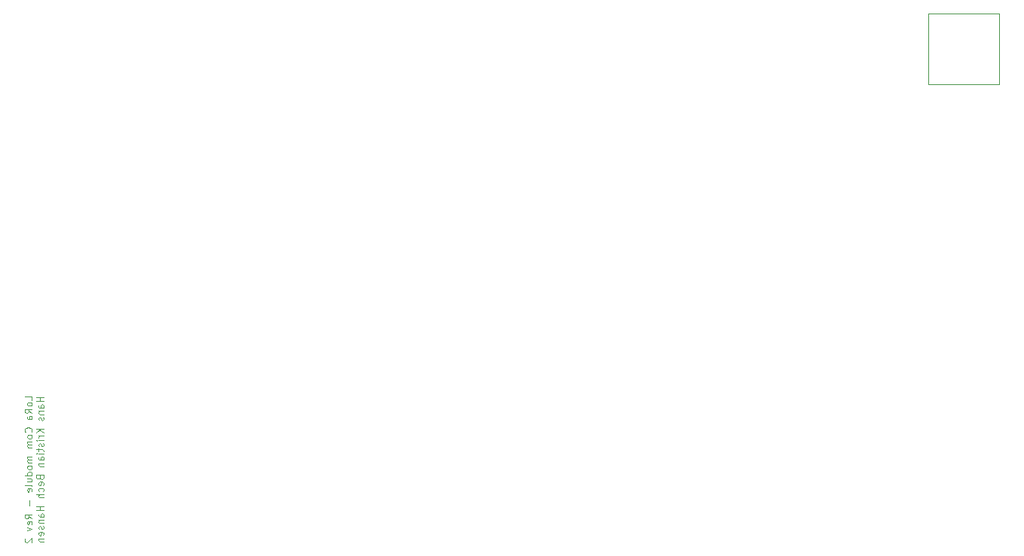
<source format=gbr>
G04 #@! TF.GenerationSoftware,KiCad,Pcbnew,(5.1.4)-1*
G04 #@! TF.CreationDate,2020-12-03T17:16:16+01:00*
G04 #@! TF.ProjectId,LoRa_Balloon,4c6f5261-5f42-4616-9c6c-6f6f6e2e6b69,2*
G04 #@! TF.SameCoordinates,Original*
G04 #@! TF.FileFunction,Legend,Bot*
G04 #@! TF.FilePolarity,Positive*
%FSLAX46Y46*%
G04 Gerber Fmt 4.6, Leading zero omitted, Abs format (unit mm)*
G04 Created by KiCad (PCBNEW (5.1.4)-1) date 2020-12-03 17:16:16*
%MOMM*%
%LPD*%
G04 APERTURE LIST*
%ADD10C,0.120000*%
%ADD11C,0.100000*%
G04 APERTURE END LIST*
D10*
X228447600Y-104902000D02*
X229006400Y-104902000D01*
X228447600Y-96977200D02*
X228447600Y-104902000D01*
X236474000Y-96977200D02*
X228447600Y-96977200D01*
X236474000Y-104902000D02*
X236474000Y-96977200D01*
X229006400Y-104902000D02*
X236474000Y-104902000D01*
D11*
X127761904Y-140449523D02*
X127761904Y-140068571D01*
X126961904Y-140068571D01*
X127761904Y-140830476D02*
X127723809Y-140754285D01*
X127685714Y-140716190D01*
X127609523Y-140678095D01*
X127380952Y-140678095D01*
X127304761Y-140716190D01*
X127266666Y-140754285D01*
X127228571Y-140830476D01*
X127228571Y-140944761D01*
X127266666Y-141020952D01*
X127304761Y-141059047D01*
X127380952Y-141097142D01*
X127609523Y-141097142D01*
X127685714Y-141059047D01*
X127723809Y-141020952D01*
X127761904Y-140944761D01*
X127761904Y-140830476D01*
X127761904Y-141897142D02*
X127380952Y-141630476D01*
X127761904Y-141440000D02*
X126961904Y-141440000D01*
X126961904Y-141744761D01*
X127000000Y-141820952D01*
X127038095Y-141859047D01*
X127114285Y-141897142D01*
X127228571Y-141897142D01*
X127304761Y-141859047D01*
X127342857Y-141820952D01*
X127380952Y-141744761D01*
X127380952Y-141440000D01*
X127761904Y-142582857D02*
X127342857Y-142582857D01*
X127266666Y-142544761D01*
X127228571Y-142468571D01*
X127228571Y-142316190D01*
X127266666Y-142240000D01*
X127723809Y-142582857D02*
X127761904Y-142506666D01*
X127761904Y-142316190D01*
X127723809Y-142240000D01*
X127647619Y-142201904D01*
X127571428Y-142201904D01*
X127495238Y-142240000D01*
X127457142Y-142316190D01*
X127457142Y-142506666D01*
X127419047Y-142582857D01*
X127685714Y-144030476D02*
X127723809Y-143992380D01*
X127761904Y-143878095D01*
X127761904Y-143801904D01*
X127723809Y-143687619D01*
X127647619Y-143611428D01*
X127571428Y-143573333D01*
X127419047Y-143535238D01*
X127304761Y-143535238D01*
X127152380Y-143573333D01*
X127076190Y-143611428D01*
X127000000Y-143687619D01*
X126961904Y-143801904D01*
X126961904Y-143878095D01*
X127000000Y-143992380D01*
X127038095Y-144030476D01*
X127761904Y-144487619D02*
X127723809Y-144411428D01*
X127685714Y-144373333D01*
X127609523Y-144335238D01*
X127380952Y-144335238D01*
X127304761Y-144373333D01*
X127266666Y-144411428D01*
X127228571Y-144487619D01*
X127228571Y-144601904D01*
X127266666Y-144678095D01*
X127304761Y-144716190D01*
X127380952Y-144754285D01*
X127609523Y-144754285D01*
X127685714Y-144716190D01*
X127723809Y-144678095D01*
X127761904Y-144601904D01*
X127761904Y-144487619D01*
X127761904Y-145097142D02*
X127228571Y-145097142D01*
X127304761Y-145097142D02*
X127266666Y-145135238D01*
X127228571Y-145211428D01*
X127228571Y-145325714D01*
X127266666Y-145401904D01*
X127342857Y-145440000D01*
X127761904Y-145440000D01*
X127342857Y-145440000D02*
X127266666Y-145478095D01*
X127228571Y-145554285D01*
X127228571Y-145668571D01*
X127266666Y-145744761D01*
X127342857Y-145782857D01*
X127761904Y-145782857D01*
X127761904Y-146773333D02*
X127228571Y-146773333D01*
X127304761Y-146773333D02*
X127266666Y-146811428D01*
X127228571Y-146887619D01*
X127228571Y-147001904D01*
X127266666Y-147078095D01*
X127342857Y-147116190D01*
X127761904Y-147116190D01*
X127342857Y-147116190D02*
X127266666Y-147154285D01*
X127228571Y-147230476D01*
X127228571Y-147344761D01*
X127266666Y-147420952D01*
X127342857Y-147459047D01*
X127761904Y-147459047D01*
X127761904Y-147954285D02*
X127723809Y-147878095D01*
X127685714Y-147840000D01*
X127609523Y-147801904D01*
X127380952Y-147801904D01*
X127304761Y-147840000D01*
X127266666Y-147878095D01*
X127228571Y-147954285D01*
X127228571Y-148068571D01*
X127266666Y-148144761D01*
X127304761Y-148182857D01*
X127380952Y-148220952D01*
X127609523Y-148220952D01*
X127685714Y-148182857D01*
X127723809Y-148144761D01*
X127761904Y-148068571D01*
X127761904Y-147954285D01*
X127761904Y-148906666D02*
X126961904Y-148906666D01*
X127723809Y-148906666D02*
X127761904Y-148830476D01*
X127761904Y-148678095D01*
X127723809Y-148601904D01*
X127685714Y-148563809D01*
X127609523Y-148525714D01*
X127380952Y-148525714D01*
X127304761Y-148563809D01*
X127266666Y-148601904D01*
X127228571Y-148678095D01*
X127228571Y-148830476D01*
X127266666Y-148906666D01*
X127228571Y-149630476D02*
X127761904Y-149630476D01*
X127228571Y-149287619D02*
X127647619Y-149287619D01*
X127723809Y-149325714D01*
X127761904Y-149401904D01*
X127761904Y-149516190D01*
X127723809Y-149592380D01*
X127685714Y-149630476D01*
X127761904Y-150125714D02*
X127723809Y-150049523D01*
X127647619Y-150011428D01*
X126961904Y-150011428D01*
X127723809Y-150735238D02*
X127761904Y-150659047D01*
X127761904Y-150506666D01*
X127723809Y-150430476D01*
X127647619Y-150392380D01*
X127342857Y-150392380D01*
X127266666Y-150430476D01*
X127228571Y-150506666D01*
X127228571Y-150659047D01*
X127266666Y-150735238D01*
X127342857Y-150773333D01*
X127419047Y-150773333D01*
X127495238Y-150392380D01*
X127457142Y-151725714D02*
X127457142Y-152335238D01*
X127761904Y-153782857D02*
X127380952Y-153516190D01*
X127761904Y-153325714D02*
X126961904Y-153325714D01*
X126961904Y-153630476D01*
X127000000Y-153706666D01*
X127038095Y-153744761D01*
X127114285Y-153782857D01*
X127228571Y-153782857D01*
X127304761Y-153744761D01*
X127342857Y-153706666D01*
X127380952Y-153630476D01*
X127380952Y-153325714D01*
X127723809Y-154430476D02*
X127761904Y-154354285D01*
X127761904Y-154201904D01*
X127723809Y-154125714D01*
X127647619Y-154087619D01*
X127342857Y-154087619D01*
X127266666Y-154125714D01*
X127228571Y-154201904D01*
X127228571Y-154354285D01*
X127266666Y-154430476D01*
X127342857Y-154468571D01*
X127419047Y-154468571D01*
X127495238Y-154087619D01*
X127228571Y-154735238D02*
X127761904Y-154925714D01*
X127228571Y-155116190D01*
X127038095Y-155992380D02*
X127000000Y-156030476D01*
X126961904Y-156106666D01*
X126961904Y-156297142D01*
X127000000Y-156373333D01*
X127038095Y-156411428D01*
X127114285Y-156449523D01*
X127190476Y-156449523D01*
X127304761Y-156411428D01*
X127761904Y-155954285D01*
X127761904Y-156449523D01*
X129061904Y-140125714D02*
X128261904Y-140125714D01*
X128642857Y-140125714D02*
X128642857Y-140582857D01*
X129061904Y-140582857D02*
X128261904Y-140582857D01*
X129061904Y-141306666D02*
X128642857Y-141306666D01*
X128566666Y-141268571D01*
X128528571Y-141192380D01*
X128528571Y-141040000D01*
X128566666Y-140963809D01*
X129023809Y-141306666D02*
X129061904Y-141230476D01*
X129061904Y-141040000D01*
X129023809Y-140963809D01*
X128947619Y-140925714D01*
X128871428Y-140925714D01*
X128795238Y-140963809D01*
X128757142Y-141040000D01*
X128757142Y-141230476D01*
X128719047Y-141306666D01*
X128528571Y-141687619D02*
X129061904Y-141687619D01*
X128604761Y-141687619D02*
X128566666Y-141725714D01*
X128528571Y-141801904D01*
X128528571Y-141916190D01*
X128566666Y-141992380D01*
X128642857Y-142030476D01*
X129061904Y-142030476D01*
X129023809Y-142373333D02*
X129061904Y-142449523D01*
X129061904Y-142601904D01*
X129023809Y-142678095D01*
X128947619Y-142716190D01*
X128909523Y-142716190D01*
X128833333Y-142678095D01*
X128795238Y-142601904D01*
X128795238Y-142487619D01*
X128757142Y-142411428D01*
X128680952Y-142373333D01*
X128642857Y-142373333D01*
X128566666Y-142411428D01*
X128528571Y-142487619D01*
X128528571Y-142601904D01*
X128566666Y-142678095D01*
X129061904Y-143668571D02*
X128261904Y-143668571D01*
X129061904Y-144125714D02*
X128604761Y-143782857D01*
X128261904Y-144125714D02*
X128719047Y-143668571D01*
X129061904Y-144468571D02*
X128528571Y-144468571D01*
X128680952Y-144468571D02*
X128604761Y-144506666D01*
X128566666Y-144544761D01*
X128528571Y-144620952D01*
X128528571Y-144697142D01*
X129061904Y-144963809D02*
X128528571Y-144963809D01*
X128261904Y-144963809D02*
X128300000Y-144925714D01*
X128338095Y-144963809D01*
X128300000Y-145001904D01*
X128261904Y-144963809D01*
X128338095Y-144963809D01*
X129023809Y-145306666D02*
X129061904Y-145382857D01*
X129061904Y-145535238D01*
X129023809Y-145611428D01*
X128947619Y-145649523D01*
X128909523Y-145649523D01*
X128833333Y-145611428D01*
X128795238Y-145535238D01*
X128795238Y-145420952D01*
X128757142Y-145344761D01*
X128680952Y-145306666D01*
X128642857Y-145306666D01*
X128566666Y-145344761D01*
X128528571Y-145420952D01*
X128528571Y-145535238D01*
X128566666Y-145611428D01*
X128528571Y-145878095D02*
X128528571Y-146182857D01*
X128261904Y-145992380D02*
X128947619Y-145992380D01*
X129023809Y-146030476D01*
X129061904Y-146106666D01*
X129061904Y-146182857D01*
X129061904Y-146449523D02*
X128528571Y-146449523D01*
X128261904Y-146449523D02*
X128300000Y-146411428D01*
X128338095Y-146449523D01*
X128300000Y-146487619D01*
X128261904Y-146449523D01*
X128338095Y-146449523D01*
X129061904Y-147173333D02*
X128642857Y-147173333D01*
X128566666Y-147135238D01*
X128528571Y-147059047D01*
X128528571Y-146906666D01*
X128566666Y-146830476D01*
X129023809Y-147173333D02*
X129061904Y-147097142D01*
X129061904Y-146906666D01*
X129023809Y-146830476D01*
X128947619Y-146792380D01*
X128871428Y-146792380D01*
X128795238Y-146830476D01*
X128757142Y-146906666D01*
X128757142Y-147097142D01*
X128719047Y-147173333D01*
X128528571Y-147554285D02*
X129061904Y-147554285D01*
X128604761Y-147554285D02*
X128566666Y-147592380D01*
X128528571Y-147668571D01*
X128528571Y-147782857D01*
X128566666Y-147859047D01*
X128642857Y-147897142D01*
X129061904Y-147897142D01*
X128642857Y-149154285D02*
X128680952Y-149268571D01*
X128719047Y-149306666D01*
X128795238Y-149344761D01*
X128909523Y-149344761D01*
X128985714Y-149306666D01*
X129023809Y-149268571D01*
X129061904Y-149192380D01*
X129061904Y-148887619D01*
X128261904Y-148887619D01*
X128261904Y-149154285D01*
X128300000Y-149230476D01*
X128338095Y-149268571D01*
X128414285Y-149306666D01*
X128490476Y-149306666D01*
X128566666Y-149268571D01*
X128604761Y-149230476D01*
X128642857Y-149154285D01*
X128642857Y-148887619D01*
X129023809Y-149992380D02*
X129061904Y-149916190D01*
X129061904Y-149763809D01*
X129023809Y-149687619D01*
X128947619Y-149649523D01*
X128642857Y-149649523D01*
X128566666Y-149687619D01*
X128528571Y-149763809D01*
X128528571Y-149916190D01*
X128566666Y-149992380D01*
X128642857Y-150030476D01*
X128719047Y-150030476D01*
X128795238Y-149649523D01*
X129023809Y-150716190D02*
X129061904Y-150640000D01*
X129061904Y-150487619D01*
X129023809Y-150411428D01*
X128985714Y-150373333D01*
X128909523Y-150335238D01*
X128680952Y-150335238D01*
X128604761Y-150373333D01*
X128566666Y-150411428D01*
X128528571Y-150487619D01*
X128528571Y-150640000D01*
X128566666Y-150716190D01*
X129061904Y-151059047D02*
X128261904Y-151059047D01*
X129061904Y-151401904D02*
X128642857Y-151401904D01*
X128566666Y-151363809D01*
X128528571Y-151287619D01*
X128528571Y-151173333D01*
X128566666Y-151097142D01*
X128604761Y-151059047D01*
X129061904Y-152392380D02*
X128261904Y-152392380D01*
X128642857Y-152392380D02*
X128642857Y-152849523D01*
X129061904Y-152849523D02*
X128261904Y-152849523D01*
X129061904Y-153573333D02*
X128642857Y-153573333D01*
X128566666Y-153535238D01*
X128528571Y-153459047D01*
X128528571Y-153306666D01*
X128566666Y-153230476D01*
X129023809Y-153573333D02*
X129061904Y-153497142D01*
X129061904Y-153306666D01*
X129023809Y-153230476D01*
X128947619Y-153192380D01*
X128871428Y-153192380D01*
X128795238Y-153230476D01*
X128757142Y-153306666D01*
X128757142Y-153497142D01*
X128719047Y-153573333D01*
X128528571Y-153954285D02*
X129061904Y-153954285D01*
X128604761Y-153954285D02*
X128566666Y-153992380D01*
X128528571Y-154068571D01*
X128528571Y-154182857D01*
X128566666Y-154259047D01*
X128642857Y-154297142D01*
X129061904Y-154297142D01*
X129023809Y-154640000D02*
X129061904Y-154716190D01*
X129061904Y-154868571D01*
X129023809Y-154944761D01*
X128947619Y-154982857D01*
X128909523Y-154982857D01*
X128833333Y-154944761D01*
X128795238Y-154868571D01*
X128795238Y-154754285D01*
X128757142Y-154678095D01*
X128680952Y-154640000D01*
X128642857Y-154640000D01*
X128566666Y-154678095D01*
X128528571Y-154754285D01*
X128528571Y-154868571D01*
X128566666Y-154944761D01*
X129023809Y-155630476D02*
X129061904Y-155554285D01*
X129061904Y-155401904D01*
X129023809Y-155325714D01*
X128947619Y-155287619D01*
X128642857Y-155287619D01*
X128566666Y-155325714D01*
X128528571Y-155401904D01*
X128528571Y-155554285D01*
X128566666Y-155630476D01*
X128642857Y-155668571D01*
X128719047Y-155668571D01*
X128795238Y-155287619D01*
X128528571Y-156011428D02*
X129061904Y-156011428D01*
X128604761Y-156011428D02*
X128566666Y-156049523D01*
X128528571Y-156125714D01*
X128528571Y-156240000D01*
X128566666Y-156316190D01*
X128642857Y-156354285D01*
X129061904Y-156354285D01*
M02*

</source>
